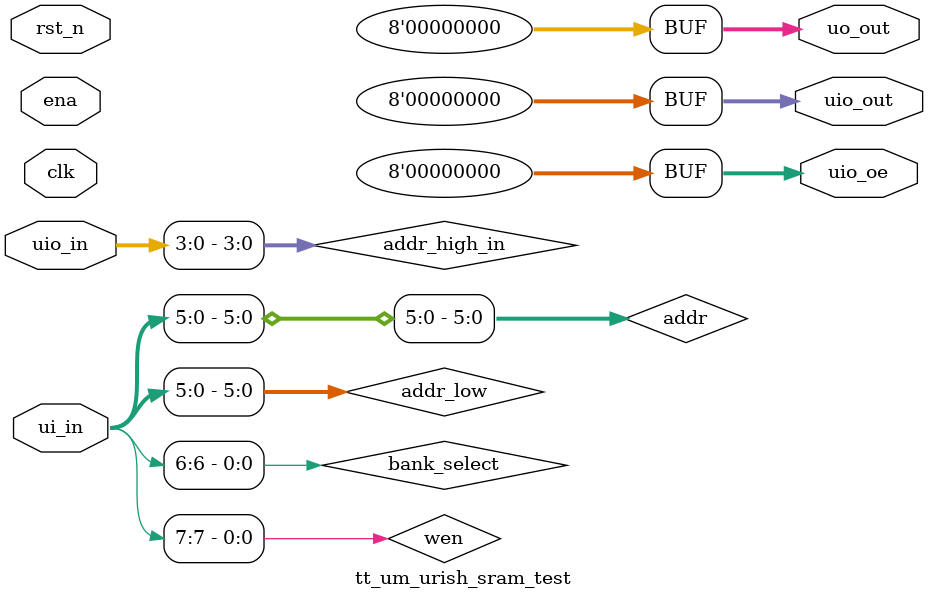
<source format=v>
/*
 * Copyright (c) 2024 Uri Shkaed
 * SPDX-License-Identifier: Apache-2.0
 */

`default_nettype none

module tt_um_urish_sram_test (
    input  wire [7:0] ui_in,    // Dedicated inputs
    output wire [7:0] uo_out,   // Dedicated outputs
    input  wire [7:0] uio_in,   // IOs: Input path
    output wire [7:0] uio_out,  // IOs: Output path
    output wire [7:0] uio_oe,   // IOs: Enable path (active high: 0=input, 1=output)
    input  wire       ena,      // always 1 when the design is powered, so you can ignore it
    input  wire       clk,      // clock
    input  wire       rst_n     // reset_n - low to reset
);

  assign uio_oe = 8'b0;  // All bidirectional IOs are inputs
  assign uio_out = 8'b0;

  wire       wen = ui_in[7];
  wire       bank_select = ui_in[6];
  wire [5:0] addr_low = ui_in[5:0];
  reg  [3:0] addr_high_reg;
  wire [3:0] addr_high_in = uio_in[3:0];
  wire [9:0] addr = {bank_select ? addr_high_in : addr_high_reg, addr_low};

  always @(posedge clk) begin
    if (~rst_n) begin
      addr_high_reg <= 0;
    end else begin
      if (bank_select) begin
        addr_high_reg <= addr_high_in;
      end
    end
  end

  assign uo_out = 0;

endmodule

</source>
